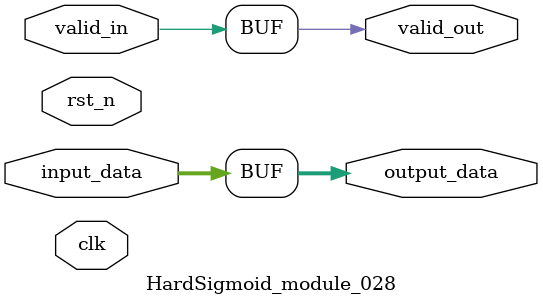
<source format=v>

module HardSigmoid_module_028 (
    input clk,
    input rst_n,
    input valid_in,
    output valid_out,
    // Add specific ports based on operator type
    input [31:0] input_data,
    output [31:0] output_data
);

    // Module implementation would go here
    // This is a template - actual implementation depends on the operator
    
        // Generic operator implementation
    assign output_data = input_data; // Placeholder
    assign valid_out = valid_in;

endmodule

</source>
